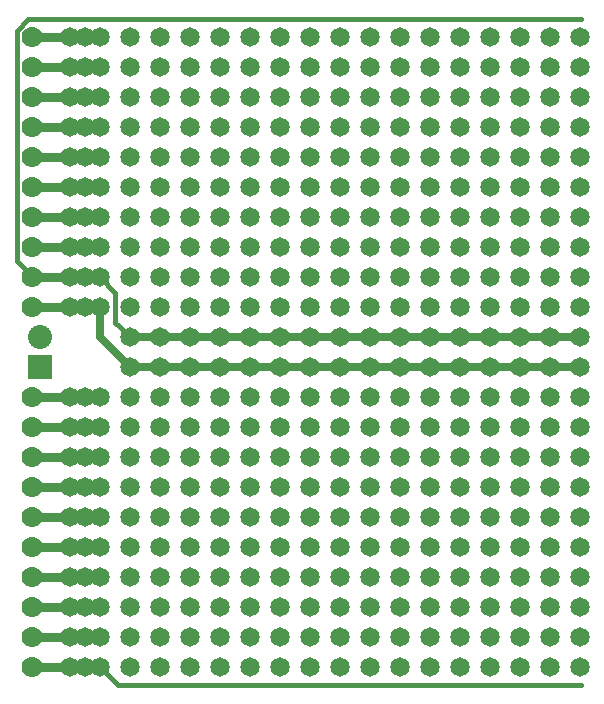
<source format=gbr>
%FSLAX46Y46*%
G04 Gerber Fmt 4.6, Leading zero omitted, Abs format (unit mm)*
G04 Created by KiCad (PCBNEW (2014-08-29 BZR 5106)-product) date Tue 04 Nov 2014 10:58:54 AM PST*
%MOMM*%
G01*
G04 APERTURE LIST*
%ADD10C,0.100000*%
%ADD11R,2.032000X2.032000*%
%ADD12O,2.032000X2.032000*%
%ADD13C,1.778000*%
%ADD14C,1.651000*%
%ADD15C,0.762000*%
%ADD16C,0.381000*%
%ADD17C,0.635000*%
%ADD18C,0.457200*%
G04 APERTURE END LIST*
D10*
D11*
X104140000Y-99060000D03*
D12*
X104140000Y-96520000D03*
D13*
X103505000Y-124460000D03*
X103505000Y-121920000D03*
X103505000Y-119380000D03*
X103505000Y-116840000D03*
X103505000Y-114300000D03*
X103505000Y-111760000D03*
X103505000Y-109220000D03*
X103505000Y-106680000D03*
X103505000Y-104140000D03*
X103505000Y-101600000D03*
X103505000Y-93980000D03*
X103505000Y-91440000D03*
X103505000Y-88900000D03*
X103505000Y-86360000D03*
X103505000Y-83820000D03*
X103505000Y-81280000D03*
X103505000Y-78740000D03*
X103505000Y-76200000D03*
X103505000Y-73660000D03*
X103505000Y-71120000D03*
D14*
X111760000Y-124460000D03*
X111760000Y-121920000D03*
X111760000Y-119380000D03*
X111760000Y-116840000D03*
X111760000Y-114300000D03*
X111760000Y-111760000D03*
X111760000Y-109220000D03*
X111760000Y-106680000D03*
X111760000Y-104140000D03*
X111760000Y-101600000D03*
X111760000Y-99060000D03*
X111760000Y-96520000D03*
X111760000Y-93980000D03*
X111760000Y-91440000D03*
X111760000Y-88900000D03*
X111760000Y-86360000D03*
X111760000Y-83820000D03*
X111760000Y-81280000D03*
X111760000Y-78740000D03*
X111760000Y-76200000D03*
X111760000Y-73660000D03*
X111760000Y-71120000D03*
X114300000Y-124460000D03*
X114300000Y-121920000D03*
X114300000Y-119380000D03*
X114300000Y-116840000D03*
X114300000Y-114300000D03*
X114300000Y-111760000D03*
X114300000Y-109220000D03*
X114300000Y-106680000D03*
X114300000Y-104140000D03*
X114300000Y-101600000D03*
X114300000Y-99060000D03*
X114300000Y-96520000D03*
X114300000Y-93980000D03*
X114300000Y-91440000D03*
X114300000Y-88900000D03*
X114300000Y-86360000D03*
X114300000Y-83820000D03*
X114300000Y-81280000D03*
X114300000Y-78740000D03*
X114300000Y-76200000D03*
X114300000Y-73660000D03*
X114300000Y-71120000D03*
X116840000Y-124460000D03*
X116840000Y-121920000D03*
X116840000Y-119380000D03*
X116840000Y-116840000D03*
X116840000Y-114300000D03*
X116840000Y-111760000D03*
X116840000Y-109220000D03*
X116840000Y-106680000D03*
X116840000Y-104140000D03*
X116840000Y-101600000D03*
X116840000Y-99060000D03*
X116840000Y-96520000D03*
X116840000Y-93980000D03*
X116840000Y-91440000D03*
X116840000Y-88900000D03*
X116840000Y-86360000D03*
X116840000Y-83820000D03*
X116840000Y-81280000D03*
X116840000Y-78740000D03*
X116840000Y-76200000D03*
X116840000Y-73660000D03*
X116840000Y-71120000D03*
X119380000Y-124460000D03*
X119380000Y-121920000D03*
X119380000Y-119380000D03*
X119380000Y-116840000D03*
X119380000Y-114300000D03*
X119380000Y-111760000D03*
X119380000Y-109220000D03*
X119380000Y-106680000D03*
X119380000Y-104140000D03*
X119380000Y-101600000D03*
X119380000Y-99060000D03*
X119380000Y-96520000D03*
X119380000Y-93980000D03*
X119380000Y-91440000D03*
X119380000Y-88900000D03*
X119380000Y-86360000D03*
X119380000Y-83820000D03*
X119380000Y-81280000D03*
X119380000Y-78740000D03*
X119380000Y-76200000D03*
X119380000Y-73660000D03*
X119380000Y-71120000D03*
X121920000Y-124460000D03*
X121920000Y-121920000D03*
X121920000Y-119380000D03*
X121920000Y-116840000D03*
X121920000Y-114300000D03*
X121920000Y-111760000D03*
X121920000Y-109220000D03*
X121920000Y-106680000D03*
X121920000Y-104140000D03*
X121920000Y-101600000D03*
X121920000Y-99060000D03*
X121920000Y-96520000D03*
X121920000Y-93980000D03*
X121920000Y-91440000D03*
X121920000Y-88900000D03*
X121920000Y-86360000D03*
X121920000Y-83820000D03*
X121920000Y-81280000D03*
X121920000Y-78740000D03*
X121920000Y-76200000D03*
X121920000Y-73660000D03*
X121920000Y-71120000D03*
X124460000Y-124460000D03*
X124460000Y-121920000D03*
X124460000Y-119380000D03*
X124460000Y-116840000D03*
X124460000Y-114300000D03*
X124460000Y-111760000D03*
X124460000Y-109220000D03*
X124460000Y-106680000D03*
X124460000Y-104140000D03*
X124460000Y-101600000D03*
X124460000Y-99060000D03*
X124460000Y-96520000D03*
X124460000Y-93980000D03*
X124460000Y-91440000D03*
X124460000Y-88900000D03*
X124460000Y-86360000D03*
X124460000Y-83820000D03*
X124460000Y-81280000D03*
X124460000Y-78740000D03*
X124460000Y-76200000D03*
X124460000Y-73660000D03*
X124460000Y-71120000D03*
X127000000Y-124460000D03*
X127000000Y-121920000D03*
X127000000Y-119380000D03*
X127000000Y-116840000D03*
X127000000Y-114300000D03*
X127000000Y-111760000D03*
X127000000Y-109220000D03*
X127000000Y-106680000D03*
X127000000Y-104140000D03*
X127000000Y-101600000D03*
X127000000Y-99060000D03*
X127000000Y-96520000D03*
X127000000Y-93980000D03*
X127000000Y-91440000D03*
X127000000Y-88900000D03*
X127000000Y-86360000D03*
X127000000Y-83820000D03*
X127000000Y-81280000D03*
X127000000Y-78740000D03*
X127000000Y-76200000D03*
X127000000Y-73660000D03*
X127000000Y-71120000D03*
X129540000Y-124460000D03*
X129540000Y-121920000D03*
X129540000Y-119380000D03*
X129540000Y-116840000D03*
X129540000Y-114300000D03*
X129540000Y-111760000D03*
X129540000Y-109220000D03*
X129540000Y-106680000D03*
X129540000Y-104140000D03*
X129540000Y-101600000D03*
X129540000Y-99060000D03*
X129540000Y-96520000D03*
X129540000Y-93980000D03*
X129540000Y-91440000D03*
X129540000Y-88900000D03*
X129540000Y-86360000D03*
X129540000Y-83820000D03*
X129540000Y-81280000D03*
X129540000Y-78740000D03*
X129540000Y-76200000D03*
X129540000Y-73660000D03*
X129540000Y-71120000D03*
X132080000Y-124460000D03*
X132080000Y-121920000D03*
X132080000Y-119380000D03*
X132080000Y-116840000D03*
X132080000Y-114300000D03*
X132080000Y-111760000D03*
X132080000Y-109220000D03*
X132080000Y-106680000D03*
X132080000Y-104140000D03*
X132080000Y-101600000D03*
X132080000Y-99060000D03*
X132080000Y-96520000D03*
X132080000Y-93980000D03*
X132080000Y-91440000D03*
X132080000Y-88900000D03*
X132080000Y-86360000D03*
X132080000Y-83820000D03*
X132080000Y-81280000D03*
X132080000Y-78740000D03*
X132080000Y-76200000D03*
X132080000Y-73660000D03*
X132080000Y-71120000D03*
X134620000Y-124460000D03*
X134620000Y-121920000D03*
X134620000Y-119380000D03*
X134620000Y-116840000D03*
X134620000Y-114300000D03*
X134620000Y-111760000D03*
X134620000Y-109220000D03*
X134620000Y-106680000D03*
X134620000Y-104140000D03*
X134620000Y-101600000D03*
X134620000Y-99060000D03*
X134620000Y-96520000D03*
X134620000Y-93980000D03*
X134620000Y-91440000D03*
X134620000Y-88900000D03*
X134620000Y-86360000D03*
X134620000Y-83820000D03*
X134620000Y-81280000D03*
X134620000Y-78740000D03*
X134620000Y-76200000D03*
X134620000Y-73660000D03*
X134620000Y-71120000D03*
X137160000Y-124460000D03*
X137160000Y-121920000D03*
X137160000Y-119380000D03*
X137160000Y-116840000D03*
X137160000Y-114300000D03*
X137160000Y-111760000D03*
X137160000Y-109220000D03*
X137160000Y-106680000D03*
X137160000Y-104140000D03*
X137160000Y-101600000D03*
X137160000Y-99060000D03*
X137160000Y-96520000D03*
X137160000Y-93980000D03*
X137160000Y-91440000D03*
X137160000Y-88900000D03*
X137160000Y-86360000D03*
X137160000Y-83820000D03*
X137160000Y-81280000D03*
X137160000Y-78740000D03*
X137160000Y-76200000D03*
X137160000Y-73660000D03*
X137160000Y-71120000D03*
X139700000Y-124460000D03*
X139700000Y-121920000D03*
X139700000Y-119380000D03*
X139700000Y-116840000D03*
X139700000Y-114300000D03*
X139700000Y-111760000D03*
X139700000Y-109220000D03*
X139700000Y-106680000D03*
X139700000Y-104140000D03*
X139700000Y-101600000D03*
X139700000Y-99060000D03*
X139700000Y-96520000D03*
X139700000Y-93980000D03*
X139700000Y-91440000D03*
X139700000Y-88900000D03*
X139700000Y-86360000D03*
X139700000Y-83820000D03*
X139700000Y-81280000D03*
X139700000Y-78740000D03*
X139700000Y-76200000D03*
X139700000Y-73660000D03*
X139700000Y-71120000D03*
X142240000Y-124460000D03*
X142240000Y-121920000D03*
X142240000Y-119380000D03*
X142240000Y-116840000D03*
X142240000Y-114300000D03*
X142240000Y-111760000D03*
X142240000Y-109220000D03*
X142240000Y-106680000D03*
X142240000Y-104140000D03*
X142240000Y-101600000D03*
X142240000Y-99060000D03*
X142240000Y-96520000D03*
X142240000Y-93980000D03*
X142240000Y-91440000D03*
X142240000Y-88900000D03*
X142240000Y-86360000D03*
X142240000Y-83820000D03*
X142240000Y-81280000D03*
X142240000Y-78740000D03*
X142240000Y-76200000D03*
X142240000Y-73660000D03*
X142240000Y-71120000D03*
X144780000Y-124460000D03*
X144780000Y-121920000D03*
X144780000Y-119380000D03*
X144780000Y-116840000D03*
X144780000Y-114300000D03*
X144780000Y-111760000D03*
X144780000Y-109220000D03*
X144780000Y-106680000D03*
X144780000Y-104140000D03*
X144780000Y-101600000D03*
X144780000Y-99060000D03*
X144780000Y-96520000D03*
X144780000Y-93980000D03*
X144780000Y-91440000D03*
X144780000Y-88900000D03*
X144780000Y-86360000D03*
X144780000Y-83820000D03*
X144780000Y-81280000D03*
X144780000Y-78740000D03*
X144780000Y-76200000D03*
X144780000Y-73660000D03*
X144780000Y-71120000D03*
X147320000Y-124460000D03*
X147320000Y-121920000D03*
X147320000Y-119380000D03*
X147320000Y-116840000D03*
X147320000Y-114300000D03*
X147320000Y-111760000D03*
X147320000Y-109220000D03*
X147320000Y-106680000D03*
X147320000Y-104140000D03*
X147320000Y-101600000D03*
X147320000Y-99060000D03*
X147320000Y-96520000D03*
X147320000Y-93980000D03*
X147320000Y-91440000D03*
X147320000Y-88900000D03*
X147320000Y-86360000D03*
X147320000Y-83820000D03*
X147320000Y-81280000D03*
X147320000Y-78740000D03*
X147320000Y-76200000D03*
X147320000Y-73660000D03*
X147320000Y-71120000D03*
X149860000Y-124460000D03*
X149860000Y-121920000D03*
X149860000Y-119380000D03*
X149860000Y-116840000D03*
X149860000Y-114300000D03*
X149860000Y-111760000D03*
X149860000Y-109220000D03*
X149860000Y-106680000D03*
X149860000Y-104140000D03*
X149860000Y-101600000D03*
X149860000Y-99060000D03*
X149860000Y-96520000D03*
X149860000Y-93980000D03*
X149860000Y-91440000D03*
X149860000Y-88900000D03*
X149860000Y-86360000D03*
X149860000Y-83820000D03*
X149860000Y-81280000D03*
X149860000Y-78740000D03*
X149860000Y-76200000D03*
X149860000Y-73660000D03*
X149860000Y-71120000D03*
X109220000Y-124460000D03*
X109220000Y-121920000D03*
X109220000Y-119380000D03*
X109220000Y-116840000D03*
X109220000Y-114300000D03*
X109220000Y-111760000D03*
X109220000Y-109220000D03*
X109220000Y-106680000D03*
X109220000Y-104140000D03*
X109220000Y-101600000D03*
X109220000Y-93980000D03*
X109220000Y-91440000D03*
X109220000Y-88900000D03*
X109220000Y-86360000D03*
X109220000Y-83820000D03*
X109220000Y-81280000D03*
X109220000Y-78740000D03*
X109220000Y-76200000D03*
X109220000Y-73660000D03*
X109220000Y-71120000D03*
X106680000Y-124460000D03*
X106680000Y-121920000D03*
X106680000Y-119380000D03*
X106680000Y-116840000D03*
X106680000Y-114300000D03*
X106680000Y-111760000D03*
X106680000Y-109220000D03*
X106680000Y-106680000D03*
X106680000Y-104140000D03*
X106680000Y-101600000D03*
X106680000Y-93980000D03*
X106680000Y-91440000D03*
X106680000Y-88900000D03*
X106680000Y-86360000D03*
X106680000Y-83820000D03*
X106680000Y-81280000D03*
X106680000Y-78740000D03*
X106680000Y-76200000D03*
X106680000Y-73660000D03*
X106680000Y-71120000D03*
X107950000Y-124460000D03*
X107950000Y-121920000D03*
X107950000Y-119380000D03*
X107950000Y-116840000D03*
X107950000Y-114300000D03*
X107950000Y-111760000D03*
X107950000Y-109220000D03*
X107950000Y-106680000D03*
X107950000Y-104140000D03*
X107950000Y-101600000D03*
X107950000Y-93980000D03*
X107950000Y-91440000D03*
X107950000Y-88900000D03*
X107950000Y-86360000D03*
X107950000Y-83820000D03*
X107950000Y-81280000D03*
X107950000Y-78740000D03*
X107950000Y-76200000D03*
X107950000Y-73660000D03*
X107950000Y-71120000D03*
D15*
X103505000Y-124460000D02*
X109220000Y-124460000D01*
D16*
X109220000Y-124460000D02*
X110744000Y-125984000D01*
X110744000Y-125984000D02*
X149987000Y-125984000D01*
D15*
X103505000Y-121920000D02*
X109220000Y-121920000D01*
X103505000Y-119380000D02*
X109220000Y-119380000D01*
X103505000Y-116840000D02*
X109220000Y-116840000D01*
X103505000Y-114300000D02*
X109220000Y-114300000D01*
X103505000Y-111760000D02*
X109220000Y-111760000D01*
X103505000Y-109220000D02*
X109220000Y-109220000D01*
X103505000Y-106680000D02*
X109220000Y-106680000D01*
X103505000Y-104140000D02*
X108142370Y-104140000D01*
X108142370Y-104140000D02*
X109220000Y-104140000D01*
X103505000Y-101600000D02*
X108585000Y-101600000D01*
X108585000Y-101600000D02*
X109220000Y-101600000D01*
X103505000Y-88900000D02*
X109220000Y-88900000D01*
X103505000Y-86360000D02*
X109220000Y-86360000D01*
X103505000Y-83820000D02*
X109220000Y-83820000D01*
X103505000Y-81280000D02*
X109220000Y-81280000D01*
X103505000Y-78740000D02*
X109220000Y-78740000D01*
X103505000Y-76200000D02*
X109220000Y-76200000D01*
X103505000Y-73660000D02*
X109220000Y-73660000D01*
X103505000Y-71120000D02*
X109220000Y-71120000D01*
D17*
X109220000Y-96520000D02*
X111760000Y-99060000D01*
X109220000Y-93980000D02*
X109220000Y-96520000D01*
X111760000Y-99060000D02*
X149860000Y-99060000D01*
D15*
X103505000Y-93980000D02*
X109220000Y-93980000D01*
D18*
X109220000Y-93980000D02*
X107950000Y-93980000D01*
X106680000Y-93980000D02*
X107950000Y-93980000D01*
D16*
X110871000Y-95631000D02*
X111760000Y-96520000D01*
X110540799Y-95300799D02*
X110871000Y-95631000D01*
X109220000Y-91440000D02*
X110540799Y-92760799D01*
X110540799Y-92760799D02*
X110540799Y-95300799D01*
D17*
X149860000Y-96520000D02*
X111760000Y-96520000D01*
D16*
X103505000Y-91440000D02*
X102184200Y-90119200D01*
X102184200Y-90119200D02*
X102184200Y-70586600D01*
X102184200Y-70586600D02*
X103174800Y-69596000D01*
X103174800Y-69596000D02*
X149987000Y-69596000D01*
D18*
X106680000Y-91440000D02*
X103505000Y-91440000D01*
D15*
X103378000Y-91440000D02*
X109220000Y-91440000D01*
D18*
X103505000Y-91440000D02*
X104165409Y-91440000D01*
X109220000Y-91440000D02*
X107950000Y-91440000D01*
X106680000Y-91440000D02*
X107950000Y-91440000D01*
M02*

</source>
